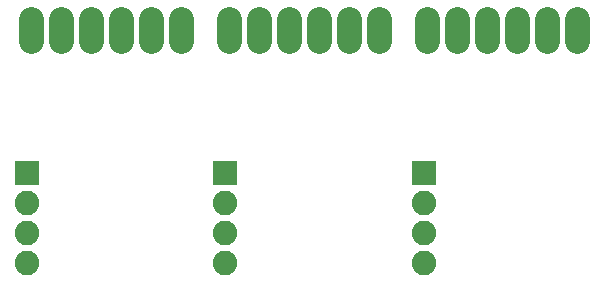
<source format=gbs>
G75*
%MOIN*%
%OFA0B0*%
%FSLAX24Y24*%
%IPPOS*%
%LPD*%
%AMOC8*
5,1,8,0,0,1.08239X$1,22.5*
%
%ADD10C,0.0820*%
%ADD11R,0.0820X0.0820*%
%ADD12C,0.0820*%
D10*
X000905Y008538D02*
X000905Y009278D01*
X001905Y009278D02*
X001905Y008538D01*
X002905Y008538D02*
X002905Y009278D01*
X003905Y009278D02*
X003905Y008538D01*
X004905Y008538D02*
X004905Y009278D01*
X005905Y009278D02*
X005905Y008538D01*
X007520Y008538D02*
X007520Y009278D01*
X008520Y009278D02*
X008520Y008538D01*
X009520Y008538D02*
X009520Y009278D01*
X010520Y009278D02*
X010520Y008538D01*
X011520Y008538D02*
X011520Y009278D01*
X012520Y009278D02*
X012520Y008538D01*
X014134Y008538D02*
X014134Y009278D01*
X015134Y009278D02*
X015134Y008538D01*
X016134Y008538D02*
X016134Y009278D01*
X017134Y009278D02*
X017134Y008538D01*
X018134Y008538D02*
X018134Y009278D01*
X019134Y009278D02*
X019134Y008538D01*
D11*
X014003Y004154D03*
X007389Y004154D03*
X000774Y004154D03*
D12*
X000774Y001154D03*
X000774Y002154D03*
X000774Y003154D03*
X007389Y003154D03*
X007389Y002154D03*
X007389Y001154D03*
X014003Y001154D03*
X014003Y002154D03*
X014003Y003154D03*
M02*

</source>
